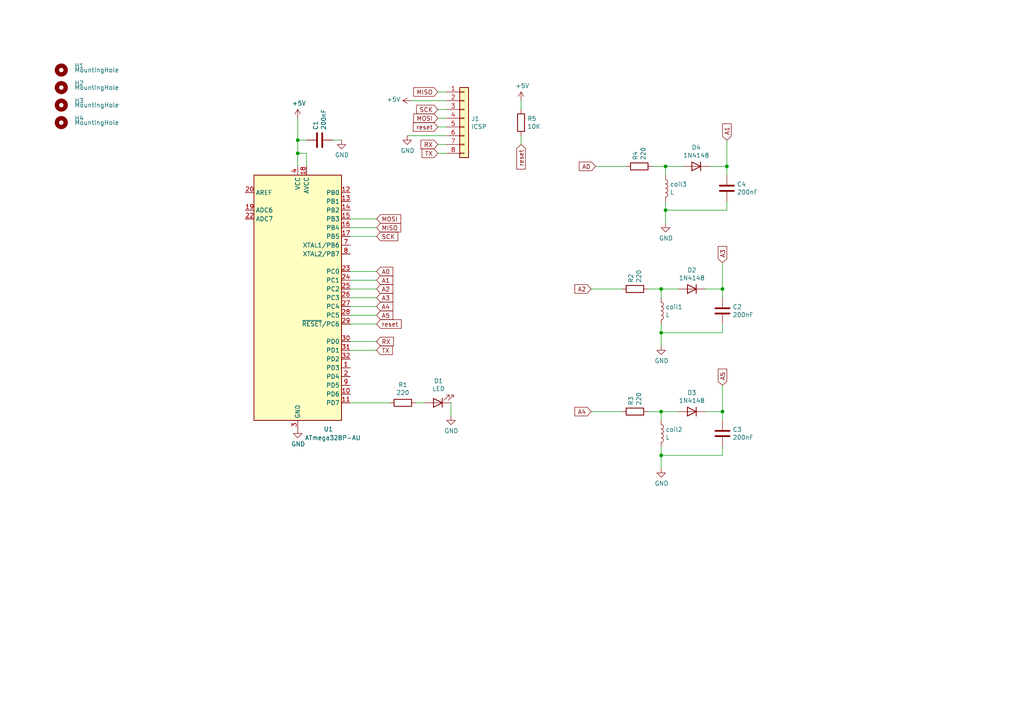
<source format=kicad_sch>
(kicad_sch (version 20200608) (host eeschema "(5.99.0-2013-g158f6ad52)")

  (page 1 1)

  (paper "A4")

  (lib_symbols
    (symbol "Connector_Generic:Conn_01x08" (pin_names hide)
      (property "Reference" "J" (id 0) (at 0 10.16 0)
        (effects (font (size 1.27 1.27)))
      )
      (property "Value" "Conn_01x08" (id 1) (at 0 -12.7 0)
        (effects (font (size 1.27 1.27)))
      )
      (property "Footprint" "" (id 2) (at 0 0 0)
        (effects (font (size 1.27 1.27)) hide)
      )
      (property "Datasheet" "~" (id 3) (at 0 0 0)
        (effects (font (size 1.27 1.27)) hide)
      )
      (property "ki_keywords" "connector" (id 4) (at 0 0 0)
        (effects (font (size 1.27 1.27)) hide)
      )
      (property "ki_description" "Generic connector, single row, 01x08, script generated (kicad-library-utils/schlib/autogen/connector/)" (id 5) (at 0 0 0)
        (effects (font (size 1.27 1.27)) hide)
      )
      (property "ki_fp_filters" "Connector*:*_1x??_*" (id 6) (at 0 0 0)
        (effects (font (size 1.27 1.27)) hide)
      )
      (symbol "Conn_01x08_1_1"
        (rectangle (start -1.27 -4.953) (end 0 -5.207)
          (stroke (width 0.1524)) (fill (type none))
        )
        (rectangle (start -1.27 -7.493) (end 0 -7.747)
          (stroke (width 0.1524)) (fill (type none))
        )
        (rectangle (start -1.27 -10.033) (end 0 -10.287)
          (stroke (width 0.1524)) (fill (type none))
        )
        (rectangle (start -1.27 -2.413) (end 0 -2.667)
          (stroke (width 0.1524)) (fill (type none))
        )
        (rectangle (start -1.27 2.667) (end 0 2.413)
          (stroke (width 0.1524)) (fill (type none))
        )
        (rectangle (start -1.27 5.207) (end 0 4.953)
          (stroke (width 0.1524)) (fill (type none))
        )
        (rectangle (start -1.27 7.747) (end 0 7.493)
          (stroke (width 0.1524)) (fill (type none))
        )
        (rectangle (start -1.27 8.89) (end 1.27 -11.43)
          (stroke (width 0.254)) (fill (type background))
        )
        (rectangle (start -1.27 0.127) (end 0 -0.127)
          (stroke (width 0.1524)) (fill (type none))
        )
        (pin passive line (at -5.08 7.62 0) (length 3.81)
          (name "Pin_1" (effects (font (size 1.27 1.27))))
          (number "1" (effects (font (size 1.27 1.27))))
        )
        (pin passive line (at -5.08 5.08 0) (length 3.81)
          (name "Pin_2" (effects (font (size 1.27 1.27))))
          (number "2" (effects (font (size 1.27 1.27))))
        )
        (pin passive line (at -5.08 2.54 0) (length 3.81)
          (name "Pin_3" (effects (font (size 1.27 1.27))))
          (number "3" (effects (font (size 1.27 1.27))))
        )
        (pin passive line (at -5.08 0 0) (length 3.81)
          (name "Pin_4" (effects (font (size 1.27 1.27))))
          (number "4" (effects (font (size 1.27 1.27))))
        )
        (pin passive line (at -5.08 -2.54 0) (length 3.81)
          (name "Pin_5" (effects (font (size 1.27 1.27))))
          (number "5" (effects (font (size 1.27 1.27))))
        )
        (pin passive line (at -5.08 -5.08 0) (length 3.81)
          (name "Pin_6" (effects (font (size 1.27 1.27))))
          (number "6" (effects (font (size 1.27 1.27))))
        )
        (pin passive line (at -5.08 -7.62 0) (length 3.81)
          (name "Pin_7" (effects (font (size 1.27 1.27))))
          (number "7" (effects (font (size 1.27 1.27))))
        )
        (pin passive line (at -5.08 -10.16 0) (length 3.81)
          (name "Pin_8" (effects (font (size 1.27 1.27))))
          (number "8" (effects (font (size 1.27 1.27))))
        )
      )
    )
    (symbol "Device:C" (pin_numbers hide) (pin_names (offset 0.254))
      (property "Reference" "C" (id 0) (at 0.635 2.54 0)
        (effects (font (size 1.27 1.27)) (justify left))
      )
      (property "Value" "C" (id 1) (at 0.635 -2.54 0)
        (effects (font (size 1.27 1.27)) (justify left))
      )
      (property "Footprint" "" (id 2) (at 0.9652 -3.81 0)
        (effects (font (size 1.27 1.27)) hide)
      )
      (property "Datasheet" "~" (id 3) (at 0 0 0)
        (effects (font (size 1.27 1.27)) hide)
      )
      (property "ki_keywords" "cap capacitor" (id 4) (at 0 0 0)
        (effects (font (size 1.27 1.27)) hide)
      )
      (property "ki_description" "Unpolarized capacitor" (id 5) (at 0 0 0)
        (effects (font (size 1.27 1.27)) hide)
      )
      (property "ki_fp_filters" "C_*" (id 6) (at 0 0 0)
        (effects (font (size 1.27 1.27)) hide)
      )
      (symbol "C_0_1"
        (polyline
          (pts (xy -2.032 -0.762) (xy 2.032 -0.762))
          (stroke (width 0.508)) (fill (type none))
        )
        (polyline
          (pts (xy -2.032 0.762) (xy 2.032 0.762))
          (stroke (width 0.508)) (fill (type none))
        )
      )
      (symbol "C_1_1"
        (pin passive line (at 0 3.81 270) (length 2.794)
          (name "~" (effects (font (size 1.27 1.27))))
          (number "1" (effects (font (size 1.27 1.27))))
        )
        (pin passive line (at 0 -3.81 90) (length 2.794)
          (name "~" (effects (font (size 1.27 1.27))))
          (number "2" (effects (font (size 1.27 1.27))))
        )
      )
    )
    (symbol "Device:L" (pin_numbers hide) (pin_names hide)
      (property "Reference" "L" (id 0) (at -1.27 0 90)
        (effects (font (size 1.27 1.27)))
      )
      (property "Value" "L" (id 1) (at 1.905 0 90)
        (effects (font (size 1.27 1.27)))
      )
      (property "Footprint" "" (id 2) (at 0 0 0)
        (effects (font (size 1.27 1.27)) hide)
      )
      (property "Datasheet" "~" (id 3) (at 0 0 0)
        (effects (font (size 1.27 1.27)) hide)
      )
      (property "ki_keywords" "inductor choke coil reactor magnetic" (id 4) (at 0 0 0)
        (effects (font (size 1.27 1.27)) hide)
      )
      (property "ki_description" "Inductor" (id 5) (at 0 0 0)
        (effects (font (size 1.27 1.27)) hide)
      )
      (property "ki_fp_filters" "Choke_*\n*Coil*\nInductor_*\nL_*" (id 6) (at 0 0 0)
        (effects (font (size 1.27 1.27)) hide)
      )
      (symbol "L_0_1"
        (arc (start 0 -2.54) (end 0 -1.27) (radius (at 0 -1.905) (length 0.635) (angles -89.9 89.9))
          (stroke (width 0)) (fill (type none))
        )
        (arc (start 0 -1.27) (end 0 0) (radius (at 0 -0.635) (length 0.635) (angles -89.9 89.9))
          (stroke (width 0)) (fill (type none))
        )
        (arc (start 0 0) (end 0 1.27) (radius (at 0 0.635) (length 0.635) (angles -89.9 89.9))
          (stroke (width 0)) (fill (type none))
        )
        (arc (start 0 1.27) (end 0 2.54) (radius (at 0 1.905) (length 0.635) (angles -89.9 89.9))
          (stroke (width 0)) (fill (type none))
        )
      )
      (symbol "L_1_1"
        (pin passive line (at 0 3.81 270) (length 1.27)
          (name "1" (effects (font (size 1.27 1.27))))
          (number "1" (effects (font (size 1.27 1.27))))
        )
        (pin passive line (at 0 -3.81 90) (length 1.27)
          (name "2" (effects (font (size 1.27 1.27))))
          (number "2" (effects (font (size 1.27 1.27))))
        )
      )
    )
    (symbol "Device:LED" (pin_numbers hide) (pin_names hide)
      (property "Reference" "D" (id 0) (at 0 2.54 0)
        (effects (font (size 1.27 1.27)))
      )
      (property "Value" "LED" (id 1) (at 0 -2.54 0)
        (effects (font (size 1.27 1.27)))
      )
      (property "Footprint" "" (id 2) (at 0 0 0)
        (effects (font (size 1.27 1.27)) hide)
      )
      (property "Datasheet" "~" (id 3) (at 0 0 0)
        (effects (font (size 1.27 1.27)) hide)
      )
      (property "ki_keywords" "LED diode" (id 4) (at 0 0 0)
        (effects (font (size 1.27 1.27)) hide)
      )
      (property "ki_description" "Light emitting diode" (id 5) (at 0 0 0)
        (effects (font (size 1.27 1.27)) hide)
      )
      (property "ki_fp_filters" "LED*\nLED_SMD:*\nLED_THT:*" (id 6) (at 0 0 0)
        (effects (font (size 1.27 1.27)) hide)
      )
      (symbol "LED_0_1"
        (polyline
          (pts (xy -1.27 -1.27) (xy -1.27 1.27))
          (stroke (width 0.254)) (fill (type none))
        )
        (polyline
          (pts (xy -1.27 0) (xy 1.27 0))
          (stroke (width 0)) (fill (type none))
        )
        (polyline
          (pts (xy 1.27 -1.27) (xy 1.27 1.27) (xy -1.27 0) (xy 1.27 -1.27))
          (stroke (width 0.254)) (fill (type none))
        )
        (polyline
          (pts (xy -3.048 -0.762) (xy -4.572 -2.286) (xy -3.81 -2.286) (xy -4.572 -2.286)
               (xy -4.572 -1.524)
          )
          (stroke (width 0)) (fill (type none))
        )
        (polyline
          (pts (xy -1.778 -0.762) (xy -3.302 -2.286) (xy -2.54 -2.286) (xy -3.302 -2.286)
               (xy -3.302 -1.524)
          )
          (stroke (width 0)) (fill (type none))
        )
      )
      (symbol "LED_1_1"
        (pin passive line (at -3.81 0 0) (length 2.54)
          (name "K" (effects (font (size 1.27 1.27))))
          (number "1" (effects (font (size 1.27 1.27))))
        )
        (pin passive line (at 3.81 0 180) (length 2.54)
          (name "A" (effects (font (size 1.27 1.27))))
          (number "2" (effects (font (size 1.27 1.27))))
        )
      )
    )
    (symbol "Device:R" (pin_numbers hide) (pin_names (offset 0))
      (property "Reference" "R" (id 0) (at 2.032 0 90)
        (effects (font (size 1.27 1.27)))
      )
      (property "Value" "R" (id 1) (at 0 0 90)
        (effects (font (size 1.27 1.27)))
      )
      (property "Footprint" "" (id 2) (at -1.778 0 90)
        (effects (font (size 1.27 1.27)) hide)
      )
      (property "Datasheet" "~" (id 3) (at 0 0 0)
        (effects (font (size 1.27 1.27)) hide)
      )
      (property "ki_keywords" "R res resistor" (id 4) (at 0 0 0)
        (effects (font (size 1.27 1.27)) hide)
      )
      (property "ki_description" "Resistor" (id 5) (at 0 0 0)
        (effects (font (size 1.27 1.27)) hide)
      )
      (property "ki_fp_filters" "R_*" (id 6) (at 0 0 0)
        (effects (font (size 1.27 1.27)) hide)
      )
      (symbol "R_0_1"
        (rectangle (start -1.016 -2.54) (end 1.016 2.54)
          (stroke (width 0.254)) (fill (type none))
        )
      )
      (symbol "R_1_1"
        (pin passive line (at 0 3.81 270) (length 1.27)
          (name "~" (effects (font (size 1.27 1.27))))
          (number "1" (effects (font (size 1.27 1.27))))
        )
        (pin passive line (at 0 -3.81 90) (length 1.27)
          (name "~" (effects (font (size 1.27 1.27))))
          (number "2" (effects (font (size 1.27 1.27))))
        )
      )
    )
    (symbol "Diode:1N4148" (pin_numbers hide) (pin_names hide)
      (property "Reference" "D" (id 0) (at 0 2.54 0)
        (effects (font (size 1.27 1.27)))
      )
      (property "Value" "1N4148" (id 1) (at 0 -2.54 0)
        (effects (font (size 1.27 1.27)))
      )
      (property "Footprint" "Diode_THT:D_DO-35_SOD27_P7.62mm_Horizontal" (id 2) (at 0 -4.445 0)
        (effects (font (size 1.27 1.27)) hide)
      )
      (property "Datasheet" "https://assets.nexperia.com/documents/data-sheet/1N4148_1N4448.pdf" (id 3) (at 0 0 0)
        (effects (font (size 1.27 1.27)) hide)
      )
      (property "ki_keywords" "diode" (id 4) (at 0 0 0)
        (effects (font (size 1.27 1.27)) hide)
      )
      (property "ki_description" "100V 0.15A standard switching diode, DO-35" (id 5) (at 0 0 0)
        (effects (font (size 1.27 1.27)) hide)
      )
      (property "ki_fp_filters" "D*DO?35*" (id 6) (at 0 0 0)
        (effects (font (size 1.27 1.27)) hide)
      )
      (symbol "1N4148_0_1"
        (polyline
          (pts (xy -1.27 1.27) (xy -1.27 -1.27))
          (stroke (width 0.254)) (fill (type none))
        )
        (polyline
          (pts (xy 1.27 0) (xy -1.27 0))
          (stroke (width 0)) (fill (type none))
        )
        (polyline
          (pts (xy 1.27 1.27) (xy 1.27 -1.27) (xy -1.27 0) (xy 1.27 1.27))
          (stroke (width 0.254)) (fill (type none))
        )
      )
      (symbol "1N4148_1_1"
        (pin passive line (at -3.81 0 0) (length 2.54)
          (name "K" (effects (font (size 1.27 1.27))))
          (number "1" (effects (font (size 1.27 1.27))))
        )
        (pin passive line (at 3.81 0 180) (length 2.54)
          (name "A" (effects (font (size 1.27 1.27))))
          (number "2" (effects (font (size 1.27 1.27))))
        )
      )
    )
    (symbol "MCU_Microchip_ATmega:ATmega328P-AU" (pin_names (offset 0.508))
      (property "Reference" "U" (id 0) (at -12.7 36.83 0)
        (effects (font (size 1.27 1.27)) (justify left bottom))
      )
      (property "Value" "ATmega328P-AU" (id 1) (at 2.54 -36.83 0)
        (effects (font (size 1.27 1.27)) (justify left top))
      )
      (property "Footprint" "Package_QFP:TQFP-32_7x7mm_P0.8mm" (id 2) (at 0 0 0)
        (effects (font (size 1.27 1.27) italic) hide)
      )
      (property "Datasheet" "http://ww1.microchip.com/downloads/en/DeviceDoc/ATmega328_P%20AVR%20MCU%20with%20picoPower%20Technology%20Data%20Sheet%2040001984A.pdf" (id 3) (at 0 0 0)
        (effects (font (size 1.27 1.27)) hide)
      )
      (property "ki_keywords" "AVR 8bit Microcontroller MegaAVR PicoPower" (id 4) (at 0 0 0)
        (effects (font (size 1.27 1.27)) hide)
      )
      (property "ki_description" "20MHz, 32kB Flash, 2kB SRAM, 1kB EEPROM, TQFP-32" (id 5) (at 0 0 0)
        (effects (font (size 1.27 1.27)) hide)
      )
      (property "ki_fp_filters" "TQFP*7x7mm*P0.8mm*" (id 6) (at 0 0 0)
        (effects (font (size 1.27 1.27)) hide)
      )
      (symbol "ATmega328P-AU_0_1"
        (rectangle (start -12.7 -35.56) (end 12.7 35.56)
          (stroke (width 0.254)) (fill (type background))
        )
      )
      (symbol "ATmega328P-AU_1_1"
        (pin bidirectional line (at 15.24 -20.32 180) (length 2.54)
          (name "PD3" (effects (font (size 1.27 1.27))))
          (number "1" (effects (font (size 1.27 1.27))))
        )
        (pin bidirectional line (at 15.24 -27.94 180) (length 2.54)
          (name "PD6" (effects (font (size 1.27 1.27))))
          (number "10" (effects (font (size 1.27 1.27))))
        )
        (pin bidirectional line (at 15.24 -30.48 180) (length 2.54)
          (name "PD7" (effects (font (size 1.27 1.27))))
          (number "11" (effects (font (size 1.27 1.27))))
        )
        (pin bidirectional line (at 15.24 30.48 180) (length 2.54)
          (name "PB0" (effects (font (size 1.27 1.27))))
          (number "12" (effects (font (size 1.27 1.27))))
        )
        (pin bidirectional line (at 15.24 27.94 180) (length 2.54)
          (name "PB1" (effects (font (size 1.27 1.27))))
          (number "13" (effects (font (size 1.27 1.27))))
        )
        (pin bidirectional line (at 15.24 25.4 180) (length 2.54)
          (name "PB2" (effects (font (size 1.27 1.27))))
          (number "14" (effects (font (size 1.27 1.27))))
        )
        (pin bidirectional line (at 15.24 22.86 180) (length 2.54)
          (name "PB3" (effects (font (size 1.27 1.27))))
          (number "15" (effects (font (size 1.27 1.27))))
        )
        (pin bidirectional line (at 15.24 20.32 180) (length 2.54)
          (name "PB4" (effects (font (size 1.27 1.27))))
          (number "16" (effects (font (size 1.27 1.27))))
        )
        (pin bidirectional line (at 15.24 17.78 180) (length 2.54)
          (name "PB5" (effects (font (size 1.27 1.27))))
          (number "17" (effects (font (size 1.27 1.27))))
        )
        (pin power_in line (at 2.54 38.1 270) (length 2.54)
          (name "AVCC" (effects (font (size 1.27 1.27))))
          (number "18" (effects (font (size 1.27 1.27))))
        )
        (pin input line (at -15.24 25.4 0) (length 2.54)
          (name "ADC6" (effects (font (size 1.27 1.27))))
          (number "19" (effects (font (size 1.27 1.27))))
        )
        (pin bidirectional line (at 15.24 -22.86 180) (length 2.54)
          (name "PD4" (effects (font (size 1.27 1.27))))
          (number "2" (effects (font (size 1.27 1.27))))
        )
        (pin passive line (at -15.24 30.48 0) (length 2.54)
          (name "AREF" (effects (font (size 1.27 1.27))))
          (number "20" (effects (font (size 1.27 1.27))))
        )
        (pin passive line (at 0 -38.1 90) (length 2.54) hide
          (name "GND" (effects (font (size 1.27 1.27))))
          (number "21" (effects (font (size 1.27 1.27))))
        )
        (pin input line (at -15.24 22.86 0) (length 2.54)
          (name "ADC7" (effects (font (size 1.27 1.27))))
          (number "22" (effects (font (size 1.27 1.27))))
        )
        (pin bidirectional line (at 15.24 7.62 180) (length 2.54)
          (name "PC0" (effects (font (size 1.27 1.27))))
          (number "23" (effects (font (size 1.27 1.27))))
        )
        (pin bidirectional line (at 15.24 5.08 180) (length 2.54)
          (name "PC1" (effects (font (size 1.27 1.27))))
          (number "24" (effects (font (size 1.27 1.27))))
        )
        (pin bidirectional line (at 15.24 2.54 180) (length 2.54)
          (name "PC2" (effects (font (size 1.27 1.27))))
          (number "25" (effects (font (size 1.27 1.27))))
        )
        (pin bidirectional line (at 15.24 0 180) (length 2.54)
          (name "PC3" (effects (font (size 1.27 1.27))))
          (number "26" (effects (font (size 1.27 1.27))))
        )
        (pin bidirectional line (at 15.24 -2.54 180) (length 2.54)
          (name "PC4" (effects (font (size 1.27 1.27))))
          (number "27" (effects (font (size 1.27 1.27))))
        )
        (pin bidirectional line (at 15.24 -5.08 180) (length 2.54)
          (name "PC5" (effects (font (size 1.27 1.27))))
          (number "28" (effects (font (size 1.27 1.27))))
        )
        (pin bidirectional line (at 15.24 -7.62 180) (length 2.54)
          (name "~RESET~/PC6" (effects (font (size 1.27 1.27))))
          (number "29" (effects (font (size 1.27 1.27))))
        )
        (pin power_in line (at 0 -38.1 90) (length 2.54)
          (name "GND" (effects (font (size 1.27 1.27))))
          (number "3" (effects (font (size 1.27 1.27))))
        )
        (pin bidirectional line (at 15.24 -12.7 180) (length 2.54)
          (name "PD0" (effects (font (size 1.27 1.27))))
          (number "30" (effects (font (size 1.27 1.27))))
        )
        (pin bidirectional line (at 15.24 -15.24 180) (length 2.54)
          (name "PD1" (effects (font (size 1.27 1.27))))
          (number "31" (effects (font (size 1.27 1.27))))
        )
        (pin bidirectional line (at 15.24 -17.78 180) (length 2.54)
          (name "PD2" (effects (font (size 1.27 1.27))))
          (number "32" (effects (font (size 1.27 1.27))))
        )
        (pin power_in line (at 0 38.1 270) (length 2.54)
          (name "VCC" (effects (font (size 1.27 1.27))))
          (number "4" (effects (font (size 1.27 1.27))))
        )
        (pin passive line (at 0 -38.1 90) (length 2.54) hide
          (name "GND" (effects (font (size 1.27 1.27))))
          (number "5" (effects (font (size 1.27 1.27))))
        )
        (pin passive line (at 0 38.1 270) (length 2.54) hide
          (name "VCC" (effects (font (size 1.27 1.27))))
          (number "6" (effects (font (size 1.27 1.27))))
        )
        (pin bidirectional line (at 15.24 15.24 180) (length 2.54)
          (name "XTAL1/PB6" (effects (font (size 1.27 1.27))))
          (number "7" (effects (font (size 1.27 1.27))))
        )
        (pin bidirectional line (at 15.24 12.7 180) (length 2.54)
          (name "XTAL2/PB7" (effects (font (size 1.27 1.27))))
          (number "8" (effects (font (size 1.27 1.27))))
        )
        (pin bidirectional line (at 15.24 -25.4 180) (length 2.54)
          (name "PD5" (effects (font (size 1.27 1.27))))
          (number "9" (effects (font (size 1.27 1.27))))
        )
      )
    )
    (symbol "Mechanical:MountingHole"
      (property "Reference" "H" (id 0) (at 0 5.08 0)
        (effects (font (size 1.27 1.27)))
      )
      (property "Value" "MountingHole" (id 1) (at 0 3.175 0)
        (effects (font (size 1.27 1.27)))
      )
      (property "Footprint" "" (id 2) (at 0 0 0)
        (effects (font (size 1.27 1.27)) hide)
      )
      (property "Datasheet" "~" (id 3) (at 0 0 0)
        (effects (font (size 1.27 1.27)) hide)
      )
      (property "ki_keywords" "mounting hole" (id 4) (at 0 0 0)
        (effects (font (size 1.27 1.27)) hide)
      )
      (property "ki_description" "Mounting Hole without connection" (id 5) (at 0 0 0)
        (effects (font (size 1.27 1.27)) hide)
      )
      (property "ki_fp_filters" "MountingHole*" (id 6) (at 0 0 0)
        (effects (font (size 1.27 1.27)) hide)
      )
      (symbol "MountingHole_0_1"
        (circle (center 0 0) (radius 1.27) (stroke (width 1.27)) (fill (type none)))
      )
    )
    (symbol "power:+5V" (power) (pin_names (offset 0))
      (property "Reference" "#PWR" (id 0) (at 0 -3.81 0)
        (effects (font (size 1.27 1.27)) hide)
      )
      (property "Value" "+5V" (id 1) (at 0 3.556 0)
        (effects (font (size 1.27 1.27)))
      )
      (property "Footprint" "" (id 2) (at 0 0 0)
        (effects (font (size 1.27 1.27)) hide)
      )
      (property "Datasheet" "" (id 3) (at 0 0 0)
        (effects (font (size 1.27 1.27)) hide)
      )
      (property "ki_keywords" "power-flag" (id 4) (at 0 0 0)
        (effects (font (size 1.27 1.27)) hide)
      )
      (property "ki_description" "Power symbol creates a global label with name \"+5V\"" (id 5) (at 0 0 0)
        (effects (font (size 1.27 1.27)) hide)
      )
      (symbol "+5V_0_1"
        (polyline
          (pts (xy -0.762 1.27) (xy 0 2.54))
          (stroke (width 0)) (fill (type none))
        )
        (polyline
          (pts (xy 0 0) (xy 0 2.54))
          (stroke (width 0)) (fill (type none))
        )
        (polyline
          (pts (xy 0 2.54) (xy 0.762 1.27))
          (stroke (width 0)) (fill (type none))
        )
      )
      (symbol "+5V_1_1"
        (pin power_in line (at 0 0 90) (length 0) hide
          (name "+5V" (effects (font (size 1.27 1.27))))
          (number "1" (effects (font (size 1.27 1.27))))
        )
      )
    )
    (symbol "power:GND" (power) (pin_names (offset 0))
      (property "Reference" "#PWR" (id 0) (at 0 -6.35 0)
        (effects (font (size 1.27 1.27)) hide)
      )
      (property "Value" "GND" (id 1) (at 0 -3.81 0)
        (effects (font (size 1.27 1.27)))
      )
      (property "Footprint" "" (id 2) (at 0 0 0)
        (effects (font (size 1.27 1.27)) hide)
      )
      (property "Datasheet" "" (id 3) (at 0 0 0)
        (effects (font (size 1.27 1.27)) hide)
      )
      (property "ki_keywords" "power-flag" (id 4) (at 0 0 0)
        (effects (font (size 1.27 1.27)) hide)
      )
      (property "ki_description" "Power symbol creates a global label with name \"GND\" , ground" (id 5) (at 0 0 0)
        (effects (font (size 1.27 1.27)) hide)
      )
      (symbol "GND_0_1"
        (polyline
          (pts (xy 0 0) (xy 0 -1.27) (xy 1.27 -1.27) (xy 0 -2.54)
               (xy -1.27 -1.27) (xy 0 -1.27)
          )
          (stroke (width 0)) (fill (type none))
        )
      )
      (symbol "GND_1_1"
        (pin power_in line (at 0 0 270) (length 0) hide
          (name "GND" (effects (font (size 1.27 1.27))))
          (number "1" (effects (font (size 1.27 1.27))))
        )
      )
    )
  )

  (junction (at 86.36 40.64))
  (junction (at 86.36 44.45))
  (junction (at 191.77 83.82))
  (junction (at 191.77 96.52))
  (junction (at 191.77 119.38))
  (junction (at 191.77 132.08))
  (junction (at 193.04 48.26))
  (junction (at 193.04 60.96))
  (junction (at 209.55 83.82))
  (junction (at 209.55 119.38))
  (junction (at 210.82 48.26))

  (wire (pts (xy 86.36 34.29) (xy 86.36 40.64))
    (stroke (width 0) (type solid) (color 0 0 0 0))
  )
  (wire (pts (xy 86.36 40.64) (xy 86.36 44.45))
    (stroke (width 0) (type solid) (color 0 0 0 0))
  )
  (wire (pts (xy 86.36 40.64) (xy 88.9 40.64))
    (stroke (width 0) (type solid) (color 0 0 0 0))
  )
  (wire (pts (xy 86.36 44.45) (xy 86.36 48.26))
    (stroke (width 0) (type solid) (color 0 0 0 0))
  )
  (wire (pts (xy 88.9 44.45) (xy 86.36 44.45))
    (stroke (width 0) (type solid) (color 0 0 0 0))
  )
  (wire (pts (xy 88.9 44.45) (xy 88.9 48.26))
    (stroke (width 0) (type solid) (color 0 0 0 0))
  )
  (wire (pts (xy 96.52 40.64) (xy 99.06 40.64))
    (stroke (width 0) (type solid) (color 0 0 0 0))
  )
  (wire (pts (xy 101.6 63.5) (xy 109.22 63.5))
    (stroke (width 0) (type solid) (color 0 0 0 0))
  )
  (wire (pts (xy 101.6 66.04) (xy 109.22 66.04))
    (stroke (width 0) (type solid) (color 0 0 0 0))
  )
  (wire (pts (xy 101.6 68.58) (xy 109.22 68.58))
    (stroke (width 0) (type solid) (color 0 0 0 0))
  )
  (wire (pts (xy 101.6 78.74) (xy 109.22 78.74))
    (stroke (width 0) (type solid) (color 0 0 0 0))
  )
  (wire (pts (xy 101.6 81.28) (xy 109.22 81.28))
    (stroke (width 0) (type solid) (color 0 0 0 0))
  )
  (wire (pts (xy 101.6 83.82) (xy 109.22 83.82))
    (stroke (width 0) (type solid) (color 0 0 0 0))
  )
  (wire (pts (xy 101.6 86.36) (xy 109.22 86.36))
    (stroke (width 0) (type solid) (color 0 0 0 0))
  )
  (wire (pts (xy 101.6 88.9) (xy 109.22 88.9))
    (stroke (width 0) (type solid) (color 0 0 0 0))
  )
  (wire (pts (xy 101.6 91.44) (xy 109.22 91.44))
    (stroke (width 0) (type solid) (color 0 0 0 0))
  )
  (wire (pts (xy 101.6 93.98) (xy 109.22 93.98))
    (stroke (width 0) (type solid) (color 0 0 0 0))
  )
  (wire (pts (xy 101.6 99.06) (xy 109.22 99.06))
    (stroke (width 0) (type solid) (color 0 0 0 0))
  )
  (wire (pts (xy 101.6 101.6) (xy 109.22 101.6))
    (stroke (width 0) (type solid) (color 0 0 0 0))
  )
  (wire (pts (xy 101.6 116.84) (xy 113.03 116.84))
    (stroke (width 0) (type solid) (color 0 0 0 0))
  )
  (wire (pts (xy 118.11 39.37) (xy 129.54 39.37))
    (stroke (width 0) (type solid) (color 0 0 0 0))
  )
  (wire (pts (xy 119.38 29.21) (xy 129.54 29.21))
    (stroke (width 0) (type solid) (color 0 0 0 0))
  )
  (wire (pts (xy 120.65 116.84) (xy 123.19 116.84))
    (stroke (width 0) (type solid) (color 0 0 0 0))
  )
  (wire (pts (xy 127 26.67) (xy 129.54 26.67))
    (stroke (width 0) (type solid) (color 0 0 0 0))
  )
  (wire (pts (xy 127 31.75) (xy 129.54 31.75))
    (stroke (width 0) (type solid) (color 0 0 0 0))
  )
  (wire (pts (xy 127 34.29) (xy 129.54 34.29))
    (stroke (width 0) (type solid) (color 0 0 0 0))
  )
  (wire (pts (xy 127 36.83) (xy 129.54 36.83))
    (stroke (width 0) (type solid) (color 0 0 0 0))
  )
  (wire (pts (xy 127 41.91) (xy 129.54 41.91))
    (stroke (width 0) (type solid) (color 0 0 0 0))
  )
  (wire (pts (xy 127 44.45) (xy 129.54 44.45))
    (stroke (width 0) (type solid) (color 0 0 0 0))
  )
  (wire (pts (xy 130.81 116.84) (xy 130.81 120.65))
    (stroke (width 0) (type solid) (color 0 0 0 0))
  )
  (wire (pts (xy 151.13 29.21) (xy 151.13 31.75))
    (stroke (width 0) (type solid) (color 0 0 0 0))
  )
  (wire (pts (xy 151.13 39.37) (xy 151.13 41.91))
    (stroke (width 0) (type solid) (color 0 0 0 0))
  )
  (wire (pts (xy 180.34 83.82) (xy 171.45 83.82))
    (stroke (width 0) (type solid) (color 0 0 0 0))
  )
  (wire (pts (xy 180.34 119.38) (xy 171.45 119.38))
    (stroke (width 0) (type solid) (color 0 0 0 0))
  )
  (wire (pts (xy 181.61 48.26) (xy 172.72 48.26))
    (stroke (width 0) (type solid) (color 0 0 0 0))
  )
  (wire (pts (xy 187.96 83.82) (xy 191.77 83.82))
    (stroke (width 0) (type solid) (color 0 0 0 0))
  )
  (wire (pts (xy 187.96 119.38) (xy 191.77 119.38))
    (stroke (width 0) (type solid) (color 0 0 0 0))
  )
  (wire (pts (xy 189.23 48.26) (xy 193.04 48.26))
    (stroke (width 0) (type solid) (color 0 0 0 0))
  )
  (wire (pts (xy 191.77 83.82) (xy 191.77 86.36))
    (stroke (width 0) (type solid) (color 0 0 0 0))
  )
  (wire (pts (xy 191.77 83.82) (xy 196.85 83.82))
    (stroke (width 0) (type solid) (color 0 0 0 0))
  )
  (wire (pts (xy 191.77 96.52) (xy 191.77 93.98))
    (stroke (width 0) (type solid) (color 0 0 0 0))
  )
  (wire (pts (xy 191.77 96.52) (xy 209.55 96.52))
    (stroke (width 0) (type solid) (color 0 0 0 0))
  )
  (wire (pts (xy 191.77 100.33) (xy 191.77 96.52))
    (stroke (width 0) (type solid) (color 0 0 0 0))
  )
  (wire (pts (xy 191.77 119.38) (xy 191.77 121.92))
    (stroke (width 0) (type solid) (color 0 0 0 0))
  )
  (wire (pts (xy 191.77 119.38) (xy 196.85 119.38))
    (stroke (width 0) (type solid) (color 0 0 0 0))
  )
  (wire (pts (xy 191.77 132.08) (xy 191.77 129.54))
    (stroke (width 0) (type solid) (color 0 0 0 0))
  )
  (wire (pts (xy 191.77 132.08) (xy 209.55 132.08))
    (stroke (width 0) (type solid) (color 0 0 0 0))
  )
  (wire (pts (xy 191.77 135.89) (xy 191.77 132.08))
    (stroke (width 0) (type solid) (color 0 0 0 0))
  )
  (wire (pts (xy 193.04 48.26) (xy 193.04 50.8))
    (stroke (width 0) (type solid) (color 0 0 0 0))
  )
  (wire (pts (xy 193.04 48.26) (xy 198.12 48.26))
    (stroke (width 0) (type solid) (color 0 0 0 0))
  )
  (wire (pts (xy 193.04 60.96) (xy 193.04 58.42))
    (stroke (width 0) (type solid) (color 0 0 0 0))
  )
  (wire (pts (xy 193.04 60.96) (xy 210.82 60.96))
    (stroke (width 0) (type solid) (color 0 0 0 0))
  )
  (wire (pts (xy 193.04 64.77) (xy 193.04 60.96))
    (stroke (width 0) (type solid) (color 0 0 0 0))
  )
  (wire (pts (xy 204.47 83.82) (xy 209.55 83.82))
    (stroke (width 0) (type solid) (color 0 0 0 0))
  )
  (wire (pts (xy 204.47 119.38) (xy 209.55 119.38))
    (stroke (width 0) (type solid) (color 0 0 0 0))
  )
  (wire (pts (xy 205.74 48.26) (xy 210.82 48.26))
    (stroke (width 0) (type solid) (color 0 0 0 0))
  )
  (wire (pts (xy 209.55 76.2) (xy 209.55 83.82))
    (stroke (width 0) (type solid) (color 0 0 0 0))
  )
  (wire (pts (xy 209.55 83.82) (xy 209.55 86.36))
    (stroke (width 0) (type solid) (color 0 0 0 0))
  )
  (wire (pts (xy 209.55 96.52) (xy 209.55 93.98))
    (stroke (width 0) (type solid) (color 0 0 0 0))
  )
  (wire (pts (xy 209.55 111.76) (xy 209.55 119.38))
    (stroke (width 0) (type solid) (color 0 0 0 0))
  )
  (wire (pts (xy 209.55 119.38) (xy 209.55 121.92))
    (stroke (width 0) (type solid) (color 0 0 0 0))
  )
  (wire (pts (xy 209.55 132.08) (xy 209.55 129.54))
    (stroke (width 0) (type solid) (color 0 0 0 0))
  )
  (wire (pts (xy 210.82 40.64) (xy 210.82 48.26))
    (stroke (width 0) (type solid) (color 0 0 0 0))
  )
  (wire (pts (xy 210.82 48.26) (xy 210.82 50.8))
    (stroke (width 0) (type solid) (color 0 0 0 0))
  )
  (wire (pts (xy 210.82 60.96) (xy 210.82 58.42))
    (stroke (width 0) (type solid) (color 0 0 0 0))
  )

  (global_label "MOSI" (shape input) (at 109.22 63.5 0)
    (effects (font (size 1.27 1.27)) (justify left))
  )
  (global_label "MISO" (shape input) (at 109.22 66.04 0)
    (effects (font (size 1.27 1.27)) (justify left))
  )
  (global_label "SCK" (shape input) (at 109.22 68.58 0)
    (effects (font (size 1.27 1.27)) (justify left))
  )
  (global_label "A0" (shape input) (at 109.22 78.74 0)
    (effects (font (size 1.27 1.27)) (justify left))
  )
  (global_label "A1" (shape input) (at 109.22 81.28 0)
    (effects (font (size 1.27 1.27)) (justify left))
  )
  (global_label "A2" (shape input) (at 109.22 83.82 0)
    (effects (font (size 1.27 1.27)) (justify left))
  )
  (global_label "A3" (shape input) (at 109.22 86.36 0)
    (effects (font (size 1.27 1.27)) (justify left))
  )
  (global_label "A4" (shape input) (at 109.22 88.9 0)
    (effects (font (size 1.27 1.27)) (justify left))
  )
  (global_label "A5" (shape input) (at 109.22 91.44 0)
    (effects (font (size 1.27 1.27)) (justify left))
  )
  (global_label "reset" (shape input) (at 109.22 93.98 0)
    (effects (font (size 1.27 1.27)) (justify left))
  )
  (global_label "RX" (shape input) (at 109.22 99.06 0)
    (effects (font (size 1.27 1.27)) (justify left))
  )
  (global_label "TX" (shape input) (at 109.22 101.6 0)
    (effects (font (size 1.27 1.27)) (justify left))
  )
  (global_label "MISO" (shape input) (at 127 26.67 180)
    (effects (font (size 1.27 1.27)) (justify right))
  )
  (global_label "SCK" (shape input) (at 127 31.75 180)
    (effects (font (size 1.27 1.27)) (justify right))
  )
  (global_label "MOSI" (shape input) (at 127 34.29 180)
    (effects (font (size 1.27 1.27)) (justify right))
  )
  (global_label "reset" (shape input) (at 127 36.83 180)
    (effects (font (size 1.27 1.27)) (justify right))
  )
  (global_label "RX" (shape input) (at 127 41.91 180)
    (effects (font (size 1.27 1.27)) (justify right))
  )
  (global_label "TX" (shape input) (at 127 44.45 180)
    (effects (font (size 1.27 1.27)) (justify right))
  )
  (global_label "reset" (shape input) (at 151.13 41.91 270)
    (effects (font (size 1.27 1.27)) (justify right))
  )
  (global_label "A2" (shape input) (at 171.45 83.82 180)
    (effects (font (size 1.27 1.27)) (justify right))
  )
  (global_label "A4" (shape input) (at 171.45 119.38 180)
    (effects (font (size 1.27 1.27)) (justify right))
  )
  (global_label "A0" (shape input) (at 172.72 48.26 180)
    (effects (font (size 1.27 1.27)) (justify right))
  )
  (global_label "A3" (shape input) (at 209.55 76.2 90)
    (effects (font (size 1.27 1.27)) (justify left))
  )
  (global_label "A5" (shape input) (at 209.55 111.76 90)
    (effects (font (size 1.27 1.27)) (justify left))
  )
  (global_label "A1" (shape input) (at 210.82 40.64 90)
    (effects (font (size 1.27 1.27)) (justify left))
  )

  (symbol (lib_id "power:+5V") (at 86.36 34.29 0) (unit 1)
    (in_bom yes) (on_board yes)
    (uuid "b0b053cb-4f94-4e77-be37-7751fa2fdf59")
    (property "Reference" "#PWR0103" (id 0) (at 86.36 38.1 0)
      (effects (font (size 1.27 1.27)) hide)
    )
    (property "Value" "+5V" (id 1) (at 86.7283 29.9656 0))
    (property "Footprint" "" (id 2) (at 86.36 34.29 0)
      (effects (font (size 1.27 1.27)) hide)
    )
    (property "Datasheet" "" (id 3) (at 86.36 34.29 0)
      (effects (font (size 1.27 1.27)) hide)
    )
  )

  (symbol (lib_id "power:+5V") (at 119.38 29.21 90) (unit 1)
    (in_bom yes) (on_board yes)
    (uuid "050658e7-21b5-4413-9970-7b98cb5b36d4")
    (property "Reference" "#PWR0104" (id 0) (at 123.19 29.21 0)
      (effects (font (size 1.27 1.27)) hide)
    )
    (property "Value" "+5V" (id 1) (at 116.205 28.8417 90)
      (effects (font (size 1.27 1.27)) (justify left))
    )
    (property "Footprint" "" (id 2) (at 119.38 29.21 0)
      (effects (font (size 1.27 1.27)) hide)
    )
    (property "Datasheet" "" (id 3) (at 119.38 29.21 0)
      (effects (font (size 1.27 1.27)) hide)
    )
  )

  (symbol (lib_id "power:+5V") (at 151.13 29.21 0) (unit 1)
    (in_bom yes) (on_board yes)
    (uuid "da449333-3326-4023-a726-694d8f189f84")
    (property "Reference" "#PWR0110" (id 0) (at 151.13 33.02 0)
      (effects (font (size 1.27 1.27)) hide)
    )
    (property "Value" "+5V" (id 1) (at 151.4983 24.8856 0))
    (property "Footprint" "" (id 2) (at 151.13 29.21 0)
      (effects (font (size 1.27 1.27)) hide)
    )
    (property "Datasheet" "" (id 3) (at 151.13 29.21 0)
      (effects (font (size 1.27 1.27)) hide)
    )
  )

  (symbol (lib_id "Device:L") (at 191.77 90.17 0) (unit 1)
    (in_bom yes) (on_board yes)
    (uuid "cef5411b-dc2d-487c-acf2-8b253d892c1e")
    (property "Reference" "coil1" (id 0) (at 193.04 89.021 0)
      (effects (font (size 1.27 1.27)) (justify left))
    )
    (property "Value" "L" (id 1) (at 193.0401 91.3193 0)
      (effects (font (size 1.27 1.27)) (justify left))
    )
    (property "Footprint" "Connector_PinSocket_2.54mm:PinSocket_1x02_P2.54mm_Vertical" (id 2) (at 191.77 90.17 0)
      (effects (font (size 1.27 1.27)) hide)
    )
    (property "Datasheet" "~" (id 3) (at 191.77 90.17 0)
      (effects (font (size 1.27 1.27)) hide)
    )
  )

  (symbol (lib_id "Device:L") (at 191.77 125.73 0) (unit 1)
    (in_bom yes) (on_board yes)
    (uuid "3bcef69d-7ea5-41d6-ba2a-dc9915318d0c")
    (property "Reference" "coil2" (id 0) (at 193.04 124.581 0)
      (effects (font (size 1.27 1.27)) (justify left))
    )
    (property "Value" "L" (id 1) (at 193.0401 126.8793 0)
      (effects (font (size 1.27 1.27)) (justify left))
    )
    (property "Footprint" "Connector_PinSocket_2.54mm:PinSocket_1x02_P2.54mm_Vertical" (id 2) (at 191.77 125.73 0)
      (effects (font (size 1.27 1.27)) hide)
    )
    (property "Datasheet" "~" (id 3) (at 191.77 125.73 0)
      (effects (font (size 1.27 1.27)) hide)
    )
  )

  (symbol (lib_id "Device:L") (at 193.04 54.61 0) (unit 1)
    (in_bom yes) (on_board yes)
    (uuid "2e1dd12d-71fe-4619-b729-2e4ba9b67083")
    (property "Reference" "coil3" (id 0) (at 194.31 53.461 0)
      (effects (font (size 1.27 1.27)) (justify left))
    )
    (property "Value" "L" (id 1) (at 194.3101 55.7593 0)
      (effects (font (size 1.27 1.27)) (justify left))
    )
    (property "Footprint" "Connector_PinSocket_2.54mm:PinSocket_1x02_P2.54mm_Vertical" (id 2) (at 193.04 54.61 0)
      (effects (font (size 1.27 1.27)) hide)
    )
    (property "Datasheet" "~" (id 3) (at 193.04 54.61 0)
      (effects (font (size 1.27 1.27)) hide)
    )
  )

  (symbol (lib_id "power:GND") (at 86.36 124.46 0) (unit 1)
    (in_bom yes) (on_board yes)
    (uuid "68c7fdb8-2e5a-4db8-a8c6-245e2956dcc7")
    (property "Reference" "#PWR0105" (id 0) (at 86.36 130.81 0)
      (effects (font (size 1.27 1.27)) hide)
    )
    (property "Value" "GND" (id 1) (at 86.4743 128.7844 0))
    (property "Footprint" "" (id 2) (at 86.36 124.46 0)
      (effects (font (size 1.27 1.27)) hide)
    )
    (property "Datasheet" "" (id 3) (at 86.36 124.46 0)
      (effects (font (size 1.27 1.27)) hide)
    )
  )

  (symbol (lib_id "power:GND") (at 99.06 40.64 0) (unit 1)
    (in_bom yes) (on_board yes)
    (uuid "70213abe-1ff7-4943-a2ae-e76a807e7116")
    (property "Reference" "#PWR0102" (id 0) (at 99.06 46.99 0)
      (effects (font (size 1.27 1.27)) hide)
    )
    (property "Value" "GND" (id 1) (at 99.1743 44.9644 0))
    (property "Footprint" "" (id 2) (at 99.06 40.64 0)
      (effects (font (size 1.27 1.27)) hide)
    )
    (property "Datasheet" "" (id 3) (at 99.06 40.64 0)
      (effects (font (size 1.27 1.27)) hide)
    )
  )

  (symbol (lib_id "power:GND") (at 118.11 39.37 0) (unit 1)
    (in_bom yes) (on_board yes)
    (uuid "3f89ec45-869c-4609-ade2-bb829b3e6fb3")
    (property "Reference" "#PWR0101" (id 0) (at 118.11 45.72 0)
      (effects (font (size 1.27 1.27)) hide)
    )
    (property "Value" "GND" (id 1) (at 118.2243 43.6944 0))
    (property "Footprint" "" (id 2) (at 118.11 39.37 0)
      (effects (font (size 1.27 1.27)) hide)
    )
    (property "Datasheet" "" (id 3) (at 118.11 39.37 0)
      (effects (font (size 1.27 1.27)) hide)
    )
  )

  (symbol (lib_id "power:GND") (at 130.81 120.65 0) (unit 1)
    (in_bom yes) (on_board yes)
    (uuid "9856e12b-ef69-402d-84d5-325eca5c57d6")
    (property "Reference" "#PWR0106" (id 0) (at 130.81 127 0)
      (effects (font (size 1.27 1.27)) hide)
    )
    (property "Value" "GND" (id 1) (at 130.9243 124.9744 0))
    (property "Footprint" "" (id 2) (at 130.81 120.65 0)
      (effects (font (size 1.27 1.27)) hide)
    )
    (property "Datasheet" "" (id 3) (at 130.81 120.65 0)
      (effects (font (size 1.27 1.27)) hide)
    )
  )

  (symbol (lib_id "power:GND") (at 191.77 100.33 0) (unit 1)
    (in_bom yes) (on_board yes)
    (uuid "ade25b36-711e-4d74-8b7c-512215388b1b")
    (property "Reference" "#PWR0109" (id 0) (at 191.77 106.68 0)
      (effects (font (size 1.27 1.27)) hide)
    )
    (property "Value" "GND" (id 1) (at 191.8843 104.6544 0))
    (property "Footprint" "" (id 2) (at 191.77 100.33 0)
      (effects (font (size 1.27 1.27)) hide)
    )
    (property "Datasheet" "" (id 3) (at 191.77 100.33 0)
      (effects (font (size 1.27 1.27)) hide)
    )
  )

  (symbol (lib_id "power:GND") (at 191.77 135.89 0) (unit 1)
    (in_bom yes) (on_board yes)
    (uuid "c4fcf30f-8d08-40d7-8bc9-9a2d9f1d3993")
    (property "Reference" "#PWR0108" (id 0) (at 191.77 142.24 0)
      (effects (font (size 1.27 1.27)) hide)
    )
    (property "Value" "GND" (id 1) (at 191.8843 140.2144 0))
    (property "Footprint" "" (id 2) (at 191.77 135.89 0)
      (effects (font (size 1.27 1.27)) hide)
    )
    (property "Datasheet" "" (id 3) (at 191.77 135.89 0)
      (effects (font (size 1.27 1.27)) hide)
    )
  )

  (symbol (lib_id "power:GND") (at 193.04 64.77 0) (unit 1)
    (in_bom yes) (on_board yes)
    (uuid "dfbf0a5a-753b-4f46-b087-ecc9fe0f61d0")
    (property "Reference" "#PWR0107" (id 0) (at 193.04 71.12 0)
      (effects (font (size 1.27 1.27)) hide)
    )
    (property "Value" "GND" (id 1) (at 193.1543 69.0944 0))
    (property "Footprint" "" (id 2) (at 193.04 64.77 0)
      (effects (font (size 1.27 1.27)) hide)
    )
    (property "Datasheet" "" (id 3) (at 193.04 64.77 0)
      (effects (font (size 1.27 1.27)) hide)
    )
  )

  (symbol (lib_id "Mechanical:MountingHole") (at 17.78 20.32 0) (unit 1)
    (in_bom yes) (on_board yes)
    (uuid "7c7353f9-5f07-4ff8-a53e-97e528ee399b")
    (property "Reference" "H1" (id 0) (at 21.59 19.05 0)
      (effects (font (size 1.27 1.27)) (justify left))
    )
    (property "Value" "MountingHole" (id 1) (at 21.59 20.32 0)
      (effects (font (size 1.27 1.27)) (justify left))
    )
    (property "Footprint" "MountingHole:MountingHole_3.2mm_M3" (id 2) (at 17.78 20.32 0)
      (effects (font (size 1.27 1.27)) hide)
    )
    (property "Datasheet" "~" (id 3) (at 17.78 20.32 0)
      (effects (font (size 1.27 1.27)) hide)
    )
  )

  (symbol (lib_id "Mechanical:MountingHole") (at 17.78 25.4 0) (unit 1)
    (in_bom yes) (on_board yes)
    (uuid "9c833045-2e2d-4fdd-84ad-c71d5f2a163b")
    (property "Reference" "H2" (id 0) (at 21.59 24.13 0)
      (effects (font (size 1.27 1.27)) (justify left))
    )
    (property "Value" "MountingHole" (id 1) (at 21.59 25.4 0)
      (effects (font (size 1.27 1.27)) (justify left))
    )
    (property "Footprint" "MountingHole:MountingHole_3.2mm_M3" (id 2) (at 17.78 25.4 0)
      (effects (font (size 1.27 1.27)) hide)
    )
    (property "Datasheet" "~" (id 3) (at 17.78 25.4 0)
      (effects (font (size 1.27 1.27)) hide)
    )
  )

  (symbol (lib_id "Mechanical:MountingHole") (at 17.78 30.48 0) (unit 1)
    (in_bom yes) (on_board yes)
    (uuid "71ed0668-77e4-4d6a-b39c-82c311130254")
    (property "Reference" "H3" (id 0) (at 21.59 29.21 0)
      (effects (font (size 1.27 1.27)) (justify left))
    )
    (property "Value" "MountingHole" (id 1) (at 21.59 30.48 0)
      (effects (font (size 1.27 1.27)) (justify left))
    )
    (property "Footprint" "MountingHole:MountingHole_3.2mm_M3" (id 2) (at 17.78 30.48 0)
      (effects (font (size 1.27 1.27)) hide)
    )
    (property "Datasheet" "~" (id 3) (at 17.78 30.48 0)
      (effects (font (size 1.27 1.27)) hide)
    )
  )

  (symbol (lib_id "Mechanical:MountingHole") (at 17.78 35.56 0) (unit 1)
    (in_bom yes) (on_board yes)
    (uuid "329faa89-57ac-4a54-968a-d231789e0be0")
    (property "Reference" "H4" (id 0) (at 21.59 34.29 0)
      (effects (font (size 1.27 1.27)) (justify left))
    )
    (property "Value" "MountingHole" (id 1) (at 21.59 35.56 0)
      (effects (font (size 1.27 1.27)) (justify left))
    )
    (property "Footprint" "MountingHole:MountingHole_3.2mm_M3" (id 2) (at 17.78 35.56 0)
      (effects (font (size 1.27 1.27)) hide)
    )
    (property "Datasheet" "~" (id 3) (at 17.78 35.56 0)
      (effects (font (size 1.27 1.27)) hide)
    )
  )

  (symbol (lib_id "Device:R") (at 116.84 116.84 90) (unit 1)
    (in_bom yes) (on_board yes)
    (uuid "4094b79e-ffa1-41ce-ab15-3bdc3cd6d75e")
    (property "Reference" "R1" (id 0) (at 116.84 111.614 90))
    (property "Value" "220" (id 1) (at 116.84 113.912 90))
    (property "Footprint" "Resistor_SMD:R_0603_1608Metric_Pad1.05x0.95mm_HandSolder" (id 2) (at 116.84 118.618 90)
      (effects (font (size 1.27 1.27)) hide)
    )
    (property "Datasheet" "~" (id 3) (at 116.84 116.84 0)
      (effects (font (size 1.27 1.27)) hide)
    )
  )

  (symbol (lib_id "Device:R") (at 151.13 35.56 0) (unit 1)
    (in_bom yes) (on_board yes)
    (uuid "55e71907-f2e3-4ec8-b009-ecf124b74ae6")
    (property "Reference" "R5" (id 0) (at 152.9081 34.4106 0)
      (effects (font (size 1.27 1.27)) (justify left))
    )
    (property "Value" "10K" (id 1) (at 152.908 36.709 0)
      (effects (font (size 1.27 1.27)) (justify left))
    )
    (property "Footprint" "Resistor_SMD:R_0603_1608Metric_Pad1.05x0.95mm_HandSolder" (id 2) (at 149.352 35.56 90)
      (effects (font (size 1.27 1.27)) hide)
    )
    (property "Datasheet" "~" (id 3) (at 151.13 35.56 0)
      (effects (font (size 1.27 1.27)) hide)
    )
  )

  (symbol (lib_id "Device:R") (at 184.15 83.82 90) (unit 1)
    (in_bom yes) (on_board yes)
    (uuid "26a845a7-58a7-42cb-9c30-7170e00f128a")
    (property "Reference" "R2" (id 0) (at 183.001 82.042 0)
      (effects (font (size 1.27 1.27)) (justify left))
    )
    (property "Value" "220" (id 1) (at 185.2988 82.042 0)
      (effects (font (size 1.27 1.27)) (justify left))
    )
    (property "Footprint" "Resistor_SMD:R_0603_1608Metric_Pad1.05x0.95mm_HandSolder" (id 2) (at 184.15 85.598 90)
      (effects (font (size 1.27 1.27)) hide)
    )
    (property "Datasheet" "~" (id 3) (at 184.15 83.82 0)
      (effects (font (size 1.27 1.27)) hide)
    )
  )

  (symbol (lib_id "Device:R") (at 184.15 119.38 90) (unit 1)
    (in_bom yes) (on_board yes)
    (uuid "c4e19224-ddc2-4c61-84ff-ef927d34e008")
    (property "Reference" "R3" (id 0) (at 183.001 117.602 0)
      (effects (font (size 1.27 1.27)) (justify left))
    )
    (property "Value" "220" (id 1) (at 185.2988 117.602 0)
      (effects (font (size 1.27 1.27)) (justify left))
    )
    (property "Footprint" "Resistor_SMD:R_0603_1608Metric_Pad1.05x0.95mm_HandSolder" (id 2) (at 184.15 121.158 90)
      (effects (font (size 1.27 1.27)) hide)
    )
    (property "Datasheet" "~" (id 3) (at 184.15 119.38 0)
      (effects (font (size 1.27 1.27)) hide)
    )
  )

  (symbol (lib_id "Device:R") (at 185.42 48.26 90) (unit 1)
    (in_bom yes) (on_board yes)
    (uuid "e0916d19-edbf-4549-b96d-7c220a133862")
    (property "Reference" "R4" (id 0) (at 184.271 46.482 0)
      (effects (font (size 1.27 1.27)) (justify left))
    )
    (property "Value" "220" (id 1) (at 186.5688 46.482 0)
      (effects (font (size 1.27 1.27)) (justify left))
    )
    (property "Footprint" "Resistor_SMD:R_0603_1608Metric_Pad1.05x0.95mm_HandSolder" (id 2) (at 185.42 50.038 90)
      (effects (font (size 1.27 1.27)) hide)
    )
    (property "Datasheet" "~" (id 3) (at 185.42 48.26 0)
      (effects (font (size 1.27 1.27)) hide)
    )
  )

  (symbol (lib_id "Diode:1N4148") (at 200.66 83.82 180) (unit 1)
    (in_bom yes) (on_board yes)
    (uuid "fb882399-0569-4398-a3bf-3f5a33439dfa")
    (property "Reference" "D2" (id 0) (at 200.66 78.34 0))
    (property "Value" "1N4148" (id 1) (at 200.66 80.6385 0))
    (property "Footprint" "Diode_SMD:D_MiniMELF_Handsoldering" (id 2) (at 200.66 79.375 0)
      (effects (font (size 1.27 1.27)) hide)
    )
    (property "Datasheet" "https://assets.nexperia.com/documents/data-sheet/1N4148_1N4448.pdf" (id 3) (at 200.66 83.82 0)
      (effects (font (size 1.27 1.27)) hide)
    )
  )

  (symbol (lib_id "Diode:1N4148") (at 200.66 119.38 180) (unit 1)
    (in_bom yes) (on_board yes)
    (uuid "4feef123-8f8b-4896-85af-e89e4b514372")
    (property "Reference" "D3" (id 0) (at 200.66 113.9 0))
    (property "Value" "1N4148" (id 1) (at 200.66 116.1985 0))
    (property "Footprint" "Diode_SMD:D_MiniMELF_Handsoldering" (id 2) (at 200.66 114.935 0)
      (effects (font (size 1.27 1.27)) hide)
    )
    (property "Datasheet" "https://assets.nexperia.com/documents/data-sheet/1N4148_1N4448.pdf" (id 3) (at 200.66 119.38 0)
      (effects (font (size 1.27 1.27)) hide)
    )
  )

  (symbol (lib_id "Diode:1N4148") (at 201.93 48.26 180) (unit 1)
    (in_bom yes) (on_board yes)
    (uuid "4aecf015-13c8-441e-973b-1663cbddef95")
    (property "Reference" "D4" (id 0) (at 201.93 42.78 0))
    (property "Value" "1N4148" (id 1) (at 201.93 45.0785 0))
    (property "Footprint" "Diode_SMD:D_MiniMELF_Handsoldering" (id 2) (at 201.93 43.815 0)
      (effects (font (size 1.27 1.27)) hide)
    )
    (property "Datasheet" "https://assets.nexperia.com/documents/data-sheet/1N4148_1N4448.pdf" (id 3) (at 201.93 48.26 0)
      (effects (font (size 1.27 1.27)) hide)
    )
  )

  (symbol (lib_id "Device:LED") (at 127 116.84 180) (unit 1)
    (in_bom yes) (on_board yes)
    (uuid "001ca4f0-6e7b-4d18-8e3d-0c008f668d5a")
    (property "Reference" "D1" (id 0) (at 127.19 110.471 0))
    (property "Value" "LED" (id 1) (at 127.1905 112.7695 0))
    (property "Footprint" "LED_SMD:LED_1206_3216Metric_Castellated" (id 2) (at 127 116.84 0)
      (effects (font (size 1.27 1.27)) hide)
    )
    (property "Datasheet" "~" (id 3) (at 127 116.84 0)
      (effects (font (size 1.27 1.27)) hide)
    )
  )

  (symbol (lib_id "Device:C") (at 92.71 40.64 90) (unit 1)
    (in_bom yes) (on_board yes)
    (uuid "93235971-f4b8-409f-9eb4-853ab4dbdfa0")
    (property "Reference" "C1" (id 0) (at 91.561 37.719 0)
      (effects (font (size 1.27 1.27)) (justify left))
    )
    (property "Value" "200nF" (id 1) (at 93.8593 37.7189 0)
      (effects (font (size 1.27 1.27)) (justify left))
    )
    (property "Footprint" "Capacitor_SMD:C_0805_2012Metric_Pad1.15x1.40mm_HandSolder" (id 2) (at 96.52 39.6748 0)
      (effects (font (size 1.27 1.27)) hide)
    )
    (property "Datasheet" "~" (id 3) (at 92.71 40.64 0)
      (effects (font (size 1.27 1.27)) hide)
    )
  )

  (symbol (lib_id "Device:C") (at 209.55 90.17 0) (unit 1)
    (in_bom yes) (on_board yes)
    (uuid "8976a0c5-409f-46ff-b991-29aa5f59e2ab")
    (property "Reference" "C2" (id 0) (at 212.471 89.021 0)
      (effects (font (size 1.27 1.27)) (justify left))
    )
    (property "Value" "200nF" (id 1) (at 212.4711 91.3193 0)
      (effects (font (size 1.27 1.27)) (justify left))
    )
    (property "Footprint" "Capacitor_SMD:C_0805_2012Metric_Pad1.15x1.40mm_HandSolder" (id 2) (at 210.5152 93.98 0)
      (effects (font (size 1.27 1.27)) hide)
    )
    (property "Datasheet" "~" (id 3) (at 209.55 90.17 0)
      (effects (font (size 1.27 1.27)) hide)
    )
  )

  (symbol (lib_id "Device:C") (at 209.55 125.73 0) (unit 1)
    (in_bom yes) (on_board yes)
    (uuid "e50d4b05-df15-4757-90f8-acc1cb97ac4f")
    (property "Reference" "C3" (id 0) (at 212.471 124.581 0)
      (effects (font (size 1.27 1.27)) (justify left))
    )
    (property "Value" "200nF" (id 1) (at 212.4711 126.8793 0)
      (effects (font (size 1.27 1.27)) (justify left))
    )
    (property "Footprint" "Capacitor_SMD:C_0805_2012Metric_Pad1.15x1.40mm_HandSolder" (id 2) (at 210.5152 129.54 0)
      (effects (font (size 1.27 1.27)) hide)
    )
    (property "Datasheet" "~" (id 3) (at 209.55 125.73 0)
      (effects (font (size 1.27 1.27)) hide)
    )
  )

  (symbol (lib_id "Device:C") (at 210.82 54.61 0) (unit 1)
    (in_bom yes) (on_board yes)
    (uuid "4febc0c3-d3a4-4fdd-9bec-38cd90d1db24")
    (property "Reference" "C4" (id 0) (at 213.741 53.461 0)
      (effects (font (size 1.27 1.27)) (justify left))
    )
    (property "Value" "200nF" (id 1) (at 213.7411 55.7593 0)
      (effects (font (size 1.27 1.27)) (justify left))
    )
    (property "Footprint" "Capacitor_SMD:C_0805_2012Metric_Pad1.15x1.40mm_HandSolder" (id 2) (at 211.7852 58.42 0)
      (effects (font (size 1.27 1.27)) hide)
    )
    (property "Datasheet" "~" (id 3) (at 210.82 54.61 0)
      (effects (font (size 1.27 1.27)) hide)
    )
  )

  (symbol (lib_id "Connector_Generic:Conn_01x08") (at 134.62 34.29 0) (unit 1)
    (in_bom yes) (on_board yes)
    (uuid "e831b6f8-439b-4610-a736-c7d91b087abf")
    (property "Reference" "J1" (id 0) (at 136.652 34.461 0)
      (effects (font (size 1.27 1.27)) (justify left))
    )
    (property "Value" "ICSP" (id 1) (at 136.652 36.76 0)
      (effects (font (size 1.27 1.27)) (justify left))
    )
    (property "Footprint" "Connector_PinSocket_2.54mm:PinSocket_2x04_P2.54mm_Vertical" (id 2) (at 134.62 34.29 0)
      (effects (font (size 1.27 1.27)) hide)
    )
    (property "Datasheet" "~" (id 3) (at 134.62 34.29 0)
      (effects (font (size 1.27 1.27)) hide)
    )
  )

  (symbol (lib_id "MCU_Microchip_ATmega:ATmega328P-AU") (at 86.36 86.36 0) (unit 1)
    (in_bom yes) (on_board yes)
    (uuid "fb402677-ad0b-41f7-bd36-84494830d76c")
    (property "Reference" "U1" (id 0) (at 95.25 124.46 0))
    (property "Value" "ATmega328P-AU" (id 1) (at 96.52 127 0))
    (property "Footprint" "Package_QFP:TQFP-32_7x7mm_P0.8mm" (id 2) (at 86.36 86.36 0)
      (effects (font (size 1.27 1.27) italic) hide)
    )
    (property "Datasheet" "http://ww1.microchip.com/downloads/en/DeviceDoc/ATmega328_P%20AVR%20MCU%20with%20picoPower%20Technology%20Data%20Sheet%2040001984A.pdf" (id 3) (at 86.36 86.36 0)
      (effects (font (size 1.27 1.27)) hide)
    )
  )

  (symbol_instances
    (path "/3f89ec45-869c-4609-ade2-bb829b3e6fb3"
      (reference "#PWR0101") (unit 1)
    )
    (path "/70213abe-1ff7-4943-a2ae-e76a807e7116"
      (reference "#PWR0102") (unit 1)
    )
    (path "/b0b053cb-4f94-4e77-be37-7751fa2fdf59"
      (reference "#PWR0103") (unit 1)
    )
    (path "/050658e7-21b5-4413-9970-7b98cb5b36d4"
      (reference "#PWR0104") (unit 1)
    )
    (path "/68c7fdb8-2e5a-4db8-a8c6-245e2956dcc7"
      (reference "#PWR0105") (unit 1)
    )
    (path "/9856e12b-ef69-402d-84d5-325eca5c57d6"
      (reference "#PWR0106") (unit 1)
    )
    (path "/dfbf0a5a-753b-4f46-b087-ecc9fe0f61d0"
      (reference "#PWR0107") (unit 1)
    )
    (path "/c4fcf30f-8d08-40d7-8bc9-9a2d9f1d3993"
      (reference "#PWR0108") (unit 1)
    )
    (path "/ade25b36-711e-4d74-8b7c-512215388b1b"
      (reference "#PWR0109") (unit 1)
    )
    (path "/da449333-3326-4023-a726-694d8f189f84"
      (reference "#PWR0110") (unit 1)
    )
    (path "/93235971-f4b8-409f-9eb4-853ab4dbdfa0"
      (reference "C1") (unit 1)
    )
    (path "/8976a0c5-409f-46ff-b991-29aa5f59e2ab"
      (reference "C2") (unit 1)
    )
    (path "/e50d4b05-df15-4757-90f8-acc1cb97ac4f"
      (reference "C3") (unit 1)
    )
    (path "/4febc0c3-d3a4-4fdd-9bec-38cd90d1db24"
      (reference "C4") (unit 1)
    )
    (path "/cef5411b-dc2d-487c-acf2-8b253d892c1e"
      (reference "coil1") (unit 1)
    )
    (path "/3bcef69d-7ea5-41d6-ba2a-dc9915318d0c"
      (reference "coil2") (unit 1)
    )
    (path "/2e1dd12d-71fe-4619-b729-2e4ba9b67083"
      (reference "coil3") (unit 1)
    )
    (path "/001ca4f0-6e7b-4d18-8e3d-0c008f668d5a"
      (reference "D1") (unit 1)
    )
    (path "/fb882399-0569-4398-a3bf-3f5a33439dfa"
      (reference "D2") (unit 1)
    )
    (path "/4feef123-8f8b-4896-85af-e89e4b514372"
      (reference "D3") (unit 1)
    )
    (path "/4aecf015-13c8-441e-973b-1663cbddef95"
      (reference "D4") (unit 1)
    )
    (path "/7c7353f9-5f07-4ff8-a53e-97e528ee399b"
      (reference "H1") (unit 1)
    )
    (path "/9c833045-2e2d-4fdd-84ad-c71d5f2a163b"
      (reference "H2") (unit 1)
    )
    (path "/71ed0668-77e4-4d6a-b39c-82c311130254"
      (reference "H3") (unit 1)
    )
    (path "/329faa89-57ac-4a54-968a-d231789e0be0"
      (reference "H4") (unit 1)
    )
    (path "/e831b6f8-439b-4610-a736-c7d91b087abf"
      (reference "J1") (unit 1)
    )
    (path "/4094b79e-ffa1-41ce-ab15-3bdc3cd6d75e"
      (reference "R1") (unit 1)
    )
    (path "/26a845a7-58a7-42cb-9c30-7170e00f128a"
      (reference "R2") (unit 1)
    )
    (path "/c4e19224-ddc2-4c61-84ff-ef927d34e008"
      (reference "R3") (unit 1)
    )
    (path "/e0916d19-edbf-4549-b96d-7c220a133862"
      (reference "R4") (unit 1)
    )
    (path "/55e71907-f2e3-4ec8-b009-ecf124b74ae6"
      (reference "R5") (unit 1)
    )
    (path "/fb402677-ad0b-41f7-bd36-84494830d76c"
      (reference "U1") (unit 1)
    )
  )
)

</source>
